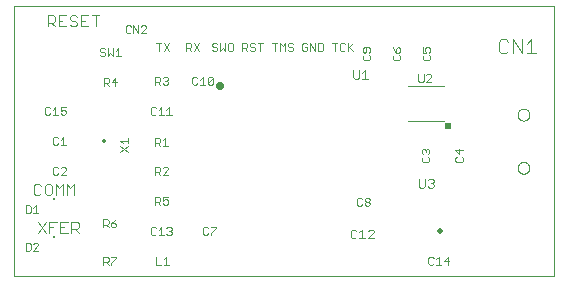
<source format=gto>
G75*
%MOIN*%
%OFA0B0*%
%FSLAX25Y25*%
%IPPOS*%
%LPD*%
%AMOC8*
5,1,8,0,0,1.08239X$1,22.5*
%
%ADD10C,0.00000*%
%ADD11C,0.00300*%
%ADD12C,0.00200*%
%ADD13C,0.02756*%
%ADD14C,0.00400*%
%ADD15R,0.02362X0.02362*%
%ADD16C,0.01378*%
%ADD17C,0.02000*%
%ADD18R,0.00984X0.00984*%
D10*
X0024428Y0011800D02*
X0024428Y0101800D01*
X0204428Y0101800D01*
X0204428Y0011800D01*
X0024428Y0011800D01*
X0192459Y0047942D02*
X0192461Y0048030D01*
X0192467Y0048118D01*
X0192477Y0048206D01*
X0192491Y0048294D01*
X0192508Y0048380D01*
X0192530Y0048466D01*
X0192555Y0048550D01*
X0192585Y0048634D01*
X0192617Y0048716D01*
X0192654Y0048796D01*
X0192694Y0048875D01*
X0192738Y0048952D01*
X0192785Y0049027D01*
X0192835Y0049099D01*
X0192889Y0049170D01*
X0192945Y0049237D01*
X0193005Y0049303D01*
X0193067Y0049365D01*
X0193133Y0049425D01*
X0193200Y0049481D01*
X0193271Y0049535D01*
X0193343Y0049585D01*
X0193418Y0049632D01*
X0193495Y0049676D01*
X0193574Y0049716D01*
X0193654Y0049753D01*
X0193736Y0049785D01*
X0193820Y0049815D01*
X0193904Y0049840D01*
X0193990Y0049862D01*
X0194076Y0049879D01*
X0194164Y0049893D01*
X0194252Y0049903D01*
X0194340Y0049909D01*
X0194428Y0049911D01*
X0194516Y0049909D01*
X0194604Y0049903D01*
X0194692Y0049893D01*
X0194780Y0049879D01*
X0194866Y0049862D01*
X0194952Y0049840D01*
X0195036Y0049815D01*
X0195120Y0049785D01*
X0195202Y0049753D01*
X0195282Y0049716D01*
X0195361Y0049676D01*
X0195438Y0049632D01*
X0195513Y0049585D01*
X0195585Y0049535D01*
X0195656Y0049481D01*
X0195723Y0049425D01*
X0195789Y0049365D01*
X0195851Y0049303D01*
X0195911Y0049237D01*
X0195967Y0049170D01*
X0196021Y0049099D01*
X0196071Y0049027D01*
X0196118Y0048952D01*
X0196162Y0048875D01*
X0196202Y0048796D01*
X0196239Y0048716D01*
X0196271Y0048634D01*
X0196301Y0048550D01*
X0196326Y0048466D01*
X0196348Y0048380D01*
X0196365Y0048294D01*
X0196379Y0048206D01*
X0196389Y0048118D01*
X0196395Y0048030D01*
X0196397Y0047942D01*
X0196395Y0047854D01*
X0196389Y0047766D01*
X0196379Y0047678D01*
X0196365Y0047590D01*
X0196348Y0047504D01*
X0196326Y0047418D01*
X0196301Y0047334D01*
X0196271Y0047250D01*
X0196239Y0047168D01*
X0196202Y0047088D01*
X0196162Y0047009D01*
X0196118Y0046932D01*
X0196071Y0046857D01*
X0196021Y0046785D01*
X0195967Y0046714D01*
X0195911Y0046647D01*
X0195851Y0046581D01*
X0195789Y0046519D01*
X0195723Y0046459D01*
X0195656Y0046403D01*
X0195585Y0046349D01*
X0195513Y0046299D01*
X0195438Y0046252D01*
X0195361Y0046208D01*
X0195282Y0046168D01*
X0195202Y0046131D01*
X0195120Y0046099D01*
X0195036Y0046069D01*
X0194952Y0046044D01*
X0194866Y0046022D01*
X0194780Y0046005D01*
X0194692Y0045991D01*
X0194604Y0045981D01*
X0194516Y0045975D01*
X0194428Y0045973D01*
X0194340Y0045975D01*
X0194252Y0045981D01*
X0194164Y0045991D01*
X0194076Y0046005D01*
X0193990Y0046022D01*
X0193904Y0046044D01*
X0193820Y0046069D01*
X0193736Y0046099D01*
X0193654Y0046131D01*
X0193574Y0046168D01*
X0193495Y0046208D01*
X0193418Y0046252D01*
X0193343Y0046299D01*
X0193271Y0046349D01*
X0193200Y0046403D01*
X0193133Y0046459D01*
X0193067Y0046519D01*
X0193005Y0046581D01*
X0192945Y0046647D01*
X0192889Y0046714D01*
X0192835Y0046785D01*
X0192785Y0046857D01*
X0192738Y0046932D01*
X0192694Y0047009D01*
X0192654Y0047088D01*
X0192617Y0047168D01*
X0192585Y0047250D01*
X0192555Y0047334D01*
X0192530Y0047418D01*
X0192508Y0047504D01*
X0192491Y0047590D01*
X0192477Y0047678D01*
X0192467Y0047766D01*
X0192461Y0047854D01*
X0192459Y0047942D01*
X0192459Y0065658D02*
X0192461Y0065746D01*
X0192467Y0065834D01*
X0192477Y0065922D01*
X0192491Y0066010D01*
X0192508Y0066096D01*
X0192530Y0066182D01*
X0192555Y0066266D01*
X0192585Y0066350D01*
X0192617Y0066432D01*
X0192654Y0066512D01*
X0192694Y0066591D01*
X0192738Y0066668D01*
X0192785Y0066743D01*
X0192835Y0066815D01*
X0192889Y0066886D01*
X0192945Y0066953D01*
X0193005Y0067019D01*
X0193067Y0067081D01*
X0193133Y0067141D01*
X0193200Y0067197D01*
X0193271Y0067251D01*
X0193343Y0067301D01*
X0193418Y0067348D01*
X0193495Y0067392D01*
X0193574Y0067432D01*
X0193654Y0067469D01*
X0193736Y0067501D01*
X0193820Y0067531D01*
X0193904Y0067556D01*
X0193990Y0067578D01*
X0194076Y0067595D01*
X0194164Y0067609D01*
X0194252Y0067619D01*
X0194340Y0067625D01*
X0194428Y0067627D01*
X0194516Y0067625D01*
X0194604Y0067619D01*
X0194692Y0067609D01*
X0194780Y0067595D01*
X0194866Y0067578D01*
X0194952Y0067556D01*
X0195036Y0067531D01*
X0195120Y0067501D01*
X0195202Y0067469D01*
X0195282Y0067432D01*
X0195361Y0067392D01*
X0195438Y0067348D01*
X0195513Y0067301D01*
X0195585Y0067251D01*
X0195656Y0067197D01*
X0195723Y0067141D01*
X0195789Y0067081D01*
X0195851Y0067019D01*
X0195911Y0066953D01*
X0195967Y0066886D01*
X0196021Y0066815D01*
X0196071Y0066743D01*
X0196118Y0066668D01*
X0196162Y0066591D01*
X0196202Y0066512D01*
X0196239Y0066432D01*
X0196271Y0066350D01*
X0196301Y0066266D01*
X0196326Y0066182D01*
X0196348Y0066096D01*
X0196365Y0066010D01*
X0196379Y0065922D01*
X0196389Y0065834D01*
X0196395Y0065746D01*
X0196397Y0065658D01*
X0196395Y0065570D01*
X0196389Y0065482D01*
X0196379Y0065394D01*
X0196365Y0065306D01*
X0196348Y0065220D01*
X0196326Y0065134D01*
X0196301Y0065050D01*
X0196271Y0064966D01*
X0196239Y0064884D01*
X0196202Y0064804D01*
X0196162Y0064725D01*
X0196118Y0064648D01*
X0196071Y0064573D01*
X0196021Y0064501D01*
X0195967Y0064430D01*
X0195911Y0064363D01*
X0195851Y0064297D01*
X0195789Y0064235D01*
X0195723Y0064175D01*
X0195656Y0064119D01*
X0195585Y0064065D01*
X0195513Y0064015D01*
X0195438Y0063968D01*
X0195361Y0063924D01*
X0195282Y0063884D01*
X0195202Y0063847D01*
X0195120Y0063815D01*
X0195036Y0063785D01*
X0194952Y0063760D01*
X0194866Y0063738D01*
X0194780Y0063721D01*
X0194692Y0063707D01*
X0194604Y0063697D01*
X0194516Y0063691D01*
X0194428Y0063689D01*
X0194340Y0063691D01*
X0194252Y0063697D01*
X0194164Y0063707D01*
X0194076Y0063721D01*
X0193990Y0063738D01*
X0193904Y0063760D01*
X0193820Y0063785D01*
X0193736Y0063815D01*
X0193654Y0063847D01*
X0193574Y0063884D01*
X0193495Y0063924D01*
X0193418Y0063968D01*
X0193343Y0064015D01*
X0193271Y0064065D01*
X0193200Y0064119D01*
X0193133Y0064175D01*
X0193067Y0064235D01*
X0193005Y0064297D01*
X0192945Y0064363D01*
X0192889Y0064430D01*
X0192835Y0064501D01*
X0192785Y0064573D01*
X0192738Y0064648D01*
X0192694Y0064725D01*
X0192654Y0064804D01*
X0192617Y0064884D01*
X0192585Y0064966D01*
X0192555Y0065050D01*
X0192530Y0065134D01*
X0192508Y0065220D01*
X0192491Y0065306D01*
X0192477Y0065394D01*
X0192467Y0065482D01*
X0192461Y0065570D01*
X0192459Y0065658D01*
D11*
X0164460Y0043744D02*
X0163976Y0044227D01*
X0163009Y0044227D01*
X0162525Y0043744D01*
X0161513Y0044227D02*
X0161513Y0041809D01*
X0161030Y0041325D01*
X0160062Y0041325D01*
X0159578Y0041809D01*
X0159578Y0044227D01*
X0162525Y0041809D02*
X0163009Y0041325D01*
X0163976Y0041325D01*
X0164460Y0041809D01*
X0164460Y0042292D01*
X0163976Y0042776D01*
X0163492Y0042776D01*
X0163976Y0042776D02*
X0164460Y0043260D01*
X0164460Y0043744D01*
X0144594Y0026869D02*
X0144110Y0027352D01*
X0143143Y0027352D01*
X0142659Y0026869D01*
X0144594Y0026869D02*
X0144594Y0026385D01*
X0142659Y0024450D01*
X0144594Y0024450D01*
X0141647Y0024450D02*
X0139712Y0024450D01*
X0140680Y0024450D02*
X0140680Y0027352D01*
X0139712Y0026385D01*
X0138701Y0026869D02*
X0138217Y0027352D01*
X0137250Y0027352D01*
X0136766Y0026869D01*
X0136766Y0024934D01*
X0137250Y0024450D01*
X0138217Y0024450D01*
X0138701Y0024934D01*
X0062695Y0053124D02*
X0059793Y0055059D01*
X0060760Y0056070D02*
X0059793Y0057038D01*
X0062695Y0057038D01*
X0062695Y0058005D02*
X0062695Y0056070D01*
X0062695Y0055059D02*
X0059793Y0053124D01*
X0044659Y0042528D02*
X0044659Y0038825D01*
X0042190Y0038825D02*
X0042190Y0042528D01*
X0043425Y0041294D01*
X0044659Y0042528D01*
X0040976Y0042528D02*
X0040976Y0038825D01*
X0038507Y0038825D02*
X0038507Y0042528D01*
X0039742Y0041294D01*
X0040976Y0042528D01*
X0037293Y0041911D02*
X0036676Y0042528D01*
X0035441Y0042528D01*
X0034824Y0041911D01*
X0034824Y0039442D01*
X0035441Y0038825D01*
X0036676Y0038825D01*
X0037293Y0039442D01*
X0037293Y0041911D01*
X0033610Y0041911D02*
X0032993Y0042528D01*
X0031758Y0042528D01*
X0031141Y0041911D01*
X0031141Y0039442D01*
X0031758Y0038825D01*
X0032993Y0038825D01*
X0033610Y0039442D01*
X0032703Y0030028D02*
X0035172Y0026325D01*
X0036387Y0026325D02*
X0036387Y0030028D01*
X0038855Y0030028D01*
X0040070Y0030028D02*
X0040070Y0026325D01*
X0042539Y0026325D01*
X0043753Y0026325D02*
X0043753Y0030028D01*
X0045604Y0030028D01*
X0046222Y0029411D01*
X0046222Y0028177D01*
X0045604Y0027559D01*
X0043753Y0027559D01*
X0044987Y0027559D02*
X0046222Y0026325D01*
X0041304Y0028177D02*
X0040070Y0028177D01*
X0040070Y0030028D02*
X0042539Y0030028D01*
X0037621Y0028177D02*
X0036387Y0028177D01*
X0035172Y0030028D02*
X0032703Y0026325D01*
X0137693Y0078135D02*
X0138176Y0077651D01*
X0139144Y0077651D01*
X0139628Y0078135D01*
X0139628Y0080553D01*
X0140639Y0079586D02*
X0141607Y0080553D01*
X0141607Y0077651D01*
X0142574Y0077651D02*
X0140639Y0077651D01*
X0137693Y0078135D02*
X0137693Y0080553D01*
X0068668Y0092900D02*
X0067000Y0092900D01*
X0068668Y0094568D01*
X0068668Y0094985D01*
X0068251Y0095402D01*
X0067417Y0095402D01*
X0067000Y0094985D01*
X0066090Y0095402D02*
X0066090Y0092900D01*
X0064422Y0095402D01*
X0064422Y0092900D01*
X0063512Y0093317D02*
X0063095Y0092900D01*
X0062261Y0092900D01*
X0061844Y0093317D01*
X0061844Y0094985D01*
X0062261Y0095402D01*
X0063095Y0095402D01*
X0063512Y0094985D01*
X0053030Y0098778D02*
X0050561Y0098778D01*
X0049347Y0098778D02*
X0046878Y0098778D01*
X0046878Y0095075D01*
X0049347Y0095075D01*
X0048112Y0096927D02*
X0046878Y0096927D01*
X0045664Y0096309D02*
X0045664Y0095692D01*
X0045046Y0095075D01*
X0043812Y0095075D01*
X0043195Y0095692D01*
X0041980Y0095075D02*
X0039512Y0095075D01*
X0039512Y0098778D01*
X0041980Y0098778D01*
X0043195Y0098161D02*
X0043195Y0097544D01*
X0043812Y0096927D01*
X0045046Y0096927D01*
X0045664Y0096309D01*
X0045664Y0098161D02*
X0045046Y0098778D01*
X0043812Y0098778D01*
X0043195Y0098161D01*
X0040746Y0096927D02*
X0039512Y0096927D01*
X0038297Y0096927D02*
X0037680Y0096309D01*
X0035828Y0096309D01*
X0035828Y0095075D02*
X0035828Y0098778D01*
X0037680Y0098778D01*
X0038297Y0098161D01*
X0038297Y0096927D01*
X0037063Y0096309D02*
X0038297Y0095075D01*
X0051795Y0095075D02*
X0051795Y0098778D01*
D12*
X0071950Y0089515D02*
X0073685Y0089515D01*
X0074528Y0089515D02*
X0076263Y0086912D01*
X0074528Y0086912D02*
X0076263Y0089515D01*
X0072818Y0089515D02*
X0072818Y0086912D01*
X0081950Y0086912D02*
X0081950Y0089515D01*
X0083251Y0089515D01*
X0083685Y0089081D01*
X0083685Y0088214D01*
X0083251Y0087780D01*
X0081950Y0087780D01*
X0082818Y0087780D02*
X0083685Y0086912D01*
X0084528Y0086912D02*
X0086263Y0089515D01*
X0084528Y0089515D02*
X0086263Y0086912D01*
X0090661Y0087346D02*
X0091095Y0086912D01*
X0091962Y0086912D01*
X0092396Y0087346D01*
X0092396Y0087780D01*
X0091962Y0088214D01*
X0091095Y0088214D01*
X0090661Y0088647D01*
X0090661Y0089081D01*
X0091095Y0089515D01*
X0091962Y0089515D01*
X0092396Y0089081D01*
X0093239Y0089515D02*
X0093239Y0086912D01*
X0094107Y0087780D01*
X0094974Y0086912D01*
X0094974Y0089515D01*
X0095818Y0089081D02*
X0095818Y0087346D01*
X0096251Y0086912D01*
X0097119Y0086912D01*
X0097552Y0087346D01*
X0097552Y0089081D01*
X0097119Y0089515D01*
X0096251Y0089515D01*
X0095818Y0089081D01*
X0100661Y0089515D02*
X0101962Y0089515D01*
X0102396Y0089081D01*
X0102396Y0088214D01*
X0101962Y0087780D01*
X0100661Y0087780D01*
X0100661Y0086912D02*
X0100661Y0089515D01*
X0101529Y0087780D02*
X0102396Y0086912D01*
X0103239Y0087346D02*
X0103673Y0086912D01*
X0104540Y0086912D01*
X0104974Y0087346D01*
X0104974Y0087780D01*
X0104540Y0088214D01*
X0103673Y0088214D01*
X0103239Y0088647D01*
X0103239Y0089081D01*
X0103673Y0089515D01*
X0104540Y0089515D01*
X0104974Y0089081D01*
X0105818Y0089515D02*
X0107552Y0089515D01*
X0106685Y0089515D02*
X0106685Y0086912D01*
X0110661Y0089515D02*
X0112396Y0089515D01*
X0113239Y0089515D02*
X0114107Y0088647D01*
X0114974Y0089515D01*
X0114974Y0086912D01*
X0115818Y0087346D02*
X0116251Y0086912D01*
X0117119Y0086912D01*
X0117552Y0087346D01*
X0117552Y0087780D01*
X0117119Y0088214D01*
X0116251Y0088214D01*
X0115818Y0088647D01*
X0115818Y0089081D01*
X0116251Y0089515D01*
X0117119Y0089515D01*
X0117552Y0089081D01*
X0120661Y0089081D02*
X0120661Y0087346D01*
X0121095Y0086912D01*
X0121962Y0086912D01*
X0122396Y0087346D01*
X0122396Y0088214D01*
X0121529Y0088214D01*
X0122396Y0089081D02*
X0121962Y0089515D01*
X0121095Y0089515D01*
X0120661Y0089081D01*
X0123239Y0089515D02*
X0124974Y0086912D01*
X0124974Y0089515D01*
X0125818Y0089515D02*
X0127119Y0089515D01*
X0127552Y0089081D01*
X0127552Y0087346D01*
X0127119Y0086912D01*
X0125818Y0086912D01*
X0125818Y0089515D01*
X0123239Y0089515D02*
X0123239Y0086912D01*
X0130661Y0089515D02*
X0132396Y0089515D01*
X0131529Y0089515D02*
X0131529Y0086912D01*
X0133239Y0087346D02*
X0133673Y0086912D01*
X0134540Y0086912D01*
X0134974Y0087346D01*
X0135818Y0086912D02*
X0135818Y0089515D01*
X0134974Y0089081D02*
X0134540Y0089515D01*
X0133673Y0089515D01*
X0133239Y0089081D01*
X0133239Y0087346D01*
X0135818Y0087780D02*
X0137552Y0089515D01*
X0136251Y0088214D02*
X0137552Y0086912D01*
X0140764Y0086762D02*
X0141197Y0086328D01*
X0141631Y0086328D01*
X0142065Y0086762D01*
X0142065Y0088063D01*
X0142932Y0088063D02*
X0141197Y0088063D01*
X0140764Y0087629D01*
X0140764Y0086762D01*
X0141197Y0085485D02*
X0140764Y0085051D01*
X0140764Y0084184D01*
X0141197Y0083750D01*
X0142932Y0083750D01*
X0143366Y0084184D01*
X0143366Y0085051D01*
X0142932Y0085485D01*
X0142932Y0086328D02*
X0143366Y0086762D01*
X0143366Y0087629D01*
X0142932Y0088063D01*
X0150764Y0088063D02*
X0151197Y0087196D01*
X0152065Y0086328D01*
X0152065Y0087629D01*
X0152499Y0088063D01*
X0152932Y0088063D01*
X0153366Y0087629D01*
X0153366Y0086762D01*
X0152932Y0086328D01*
X0152065Y0086328D01*
X0152932Y0085485D02*
X0153366Y0085051D01*
X0153366Y0084184D01*
X0152932Y0083750D01*
X0151197Y0083750D01*
X0150764Y0084184D01*
X0150764Y0085051D01*
X0151197Y0085485D01*
X0160764Y0085051D02*
X0160764Y0084184D01*
X0161197Y0083750D01*
X0162932Y0083750D01*
X0163366Y0084184D01*
X0163366Y0085051D01*
X0162932Y0085485D01*
X0162932Y0086328D02*
X0163366Y0086762D01*
X0163366Y0087629D01*
X0162932Y0088063D01*
X0162065Y0088063D01*
X0161631Y0087629D01*
X0161631Y0087196D01*
X0162065Y0086328D01*
X0160764Y0086328D01*
X0160764Y0088063D01*
X0161197Y0085485D02*
X0160764Y0085051D01*
X0161116Y0079192D02*
X0161116Y0077024D01*
X0160682Y0076590D01*
X0159815Y0076590D01*
X0159381Y0077024D01*
X0159381Y0079192D01*
X0161959Y0078758D02*
X0162393Y0079192D01*
X0163260Y0079192D01*
X0163694Y0078758D01*
X0163694Y0078325D01*
X0161959Y0076590D01*
X0163694Y0076590D01*
X0162657Y0054207D02*
X0163091Y0053773D01*
X0163091Y0052905D01*
X0162657Y0052472D01*
X0162657Y0051628D02*
X0163091Y0051195D01*
X0163091Y0050327D01*
X0162657Y0049894D01*
X0160922Y0049894D01*
X0160489Y0050327D01*
X0160489Y0051195D01*
X0160922Y0051628D01*
X0160922Y0052472D02*
X0160489Y0052905D01*
X0160489Y0053773D01*
X0160922Y0054207D01*
X0161356Y0054207D01*
X0161790Y0053773D01*
X0162224Y0054207D01*
X0162657Y0054207D01*
X0161790Y0053773D02*
X0161790Y0053339D01*
X0171739Y0053773D02*
X0173040Y0052472D01*
X0173040Y0054207D01*
X0174341Y0053773D02*
X0171739Y0053773D01*
X0172172Y0051628D02*
X0171739Y0051195D01*
X0171739Y0050327D01*
X0172172Y0049894D01*
X0173907Y0049894D01*
X0174341Y0050327D01*
X0174341Y0051195D01*
X0173907Y0051628D01*
X0143191Y0037531D02*
X0143191Y0037097D01*
X0142758Y0036664D01*
X0141890Y0036664D01*
X0141457Y0037097D01*
X0141457Y0037531D01*
X0141890Y0037965D01*
X0142758Y0037965D01*
X0143191Y0037531D01*
X0142758Y0036664D02*
X0143191Y0036230D01*
X0143191Y0035796D01*
X0142758Y0035363D01*
X0141890Y0035363D01*
X0141457Y0035796D01*
X0141457Y0036230D01*
X0141890Y0036664D01*
X0140613Y0037531D02*
X0140180Y0037965D01*
X0139312Y0037965D01*
X0138878Y0037531D01*
X0138878Y0035796D01*
X0139312Y0035363D01*
X0140180Y0035363D01*
X0140613Y0035796D01*
X0162706Y0017856D02*
X0162706Y0016121D01*
X0163140Y0015687D01*
X0164007Y0015687D01*
X0164441Y0016121D01*
X0165285Y0015687D02*
X0167019Y0015687D01*
X0166152Y0015687D02*
X0166152Y0018290D01*
X0165285Y0017422D01*
X0164441Y0017856D02*
X0164007Y0018290D01*
X0163140Y0018290D01*
X0162706Y0017856D01*
X0167863Y0016989D02*
X0169598Y0016989D01*
X0169164Y0018290D02*
X0169164Y0015687D01*
X0167863Y0016989D02*
X0169164Y0018290D01*
X0091835Y0027806D02*
X0090100Y0026071D01*
X0090100Y0025637D01*
X0089257Y0026071D02*
X0088823Y0025637D01*
X0087956Y0025637D01*
X0087522Y0026071D01*
X0087522Y0027806D01*
X0087956Y0028240D01*
X0088823Y0028240D01*
X0089257Y0027806D01*
X0090100Y0028240D02*
X0091835Y0028240D01*
X0091835Y0027806D01*
X0077147Y0027772D02*
X0077147Y0027338D01*
X0076713Y0026905D01*
X0077147Y0026471D01*
X0077147Y0026037D01*
X0076713Y0025603D01*
X0075846Y0025603D01*
X0075412Y0026037D01*
X0074569Y0025603D02*
X0072834Y0025603D01*
X0073702Y0025603D02*
X0073702Y0028206D01*
X0072834Y0027338D01*
X0071991Y0027772D02*
X0071557Y0028206D01*
X0070690Y0028206D01*
X0070256Y0027772D01*
X0070256Y0026037D01*
X0070690Y0025603D01*
X0071557Y0025603D01*
X0071991Y0026037D01*
X0076280Y0026905D02*
X0076713Y0026905D01*
X0077147Y0027772D02*
X0076713Y0028206D01*
X0075846Y0028206D01*
X0075412Y0027772D01*
X0075439Y0035663D02*
X0074571Y0035663D01*
X0074138Y0036096D01*
X0074138Y0036964D02*
X0075005Y0037397D01*
X0075439Y0037397D01*
X0075873Y0036964D01*
X0075873Y0036096D01*
X0075439Y0035663D01*
X0074138Y0036964D02*
X0074138Y0038265D01*
X0075873Y0038265D01*
X0073294Y0037831D02*
X0073294Y0036964D01*
X0072861Y0036530D01*
X0071560Y0036530D01*
X0072427Y0036530D02*
X0073294Y0035663D01*
X0071560Y0035663D02*
X0071560Y0038265D01*
X0072861Y0038265D01*
X0073294Y0037831D01*
X0058685Y0030765D02*
X0057818Y0030331D01*
X0056950Y0029464D01*
X0058251Y0029464D01*
X0058685Y0029030D01*
X0058685Y0028596D01*
X0058251Y0028162D01*
X0057384Y0028162D01*
X0056950Y0028596D01*
X0056950Y0029464D01*
X0056107Y0029464D02*
X0055673Y0029030D01*
X0054372Y0029030D01*
X0055239Y0029030D02*
X0056107Y0028162D01*
X0056107Y0029464D02*
X0056107Y0030331D01*
X0055673Y0030765D01*
X0054372Y0030765D01*
X0054372Y0028162D01*
X0054372Y0018265D02*
X0055673Y0018265D01*
X0056107Y0017831D01*
X0056107Y0016964D01*
X0055673Y0016530D01*
X0054372Y0016530D01*
X0055239Y0016530D02*
X0056107Y0015662D01*
X0056950Y0015662D02*
X0056950Y0016096D01*
X0058685Y0017831D01*
X0058685Y0018265D01*
X0056950Y0018265D01*
X0054372Y0018265D02*
X0054372Y0015662D01*
X0071872Y0015662D02*
X0073607Y0015662D01*
X0074450Y0015662D02*
X0076185Y0015662D01*
X0075318Y0015662D02*
X0075318Y0018265D01*
X0074450Y0017397D01*
X0071872Y0018265D02*
X0071872Y0015662D01*
X0032748Y0020350D02*
X0031013Y0020350D01*
X0032748Y0022085D01*
X0032748Y0022519D01*
X0032314Y0022952D01*
X0031446Y0022952D01*
X0031013Y0022519D01*
X0030169Y0022519D02*
X0029736Y0022952D01*
X0028435Y0022952D01*
X0028435Y0020350D01*
X0029736Y0020350D01*
X0030169Y0020784D01*
X0030169Y0022519D01*
X0029736Y0032850D02*
X0028435Y0032850D01*
X0028435Y0035452D01*
X0029736Y0035452D01*
X0030169Y0035019D01*
X0030169Y0033284D01*
X0029736Y0032850D01*
X0031013Y0032850D02*
X0032748Y0032850D01*
X0031880Y0032850D02*
X0031880Y0035452D01*
X0031013Y0034585D01*
X0037956Y0045637D02*
X0038823Y0045637D01*
X0039257Y0046071D01*
X0040100Y0045637D02*
X0041835Y0047372D01*
X0041835Y0047806D01*
X0041401Y0048240D01*
X0040534Y0048240D01*
X0040100Y0047806D01*
X0039257Y0047806D02*
X0038823Y0048240D01*
X0037956Y0048240D01*
X0037522Y0047806D01*
X0037522Y0046071D01*
X0037956Y0045637D01*
X0040100Y0045637D02*
X0041835Y0045637D01*
X0041835Y0055637D02*
X0040100Y0055637D01*
X0040968Y0055637D02*
X0040968Y0058240D01*
X0040100Y0057372D01*
X0039257Y0057806D02*
X0038823Y0058240D01*
X0037956Y0058240D01*
X0037522Y0057806D01*
X0037522Y0056071D01*
X0037956Y0055637D01*
X0038823Y0055637D01*
X0039257Y0056071D01*
X0039257Y0065638D02*
X0037522Y0065638D01*
X0038389Y0065638D02*
X0038389Y0068240D01*
X0037522Y0067372D01*
X0036679Y0067806D02*
X0036245Y0068240D01*
X0035378Y0068240D01*
X0034944Y0067806D01*
X0034944Y0066071D01*
X0035378Y0065638D01*
X0036245Y0065638D01*
X0036679Y0066071D01*
X0040100Y0066071D02*
X0040534Y0065638D01*
X0041401Y0065638D01*
X0041835Y0066071D01*
X0041835Y0066939D01*
X0041401Y0067372D01*
X0040968Y0067372D01*
X0040100Y0066939D01*
X0040100Y0068240D01*
X0041835Y0068240D01*
X0054528Y0075338D02*
X0054528Y0077940D01*
X0055830Y0077940D01*
X0056263Y0077506D01*
X0056263Y0076639D01*
X0055830Y0076205D01*
X0054528Y0076205D01*
X0055396Y0076205D02*
X0056263Y0075338D01*
X0057107Y0076639D02*
X0058841Y0076639D01*
X0058408Y0075338D02*
X0058408Y0077940D01*
X0057107Y0076639D01*
X0071560Y0076530D02*
X0072861Y0076530D01*
X0073294Y0076964D01*
X0073294Y0077831D01*
X0072861Y0078265D01*
X0071560Y0078265D01*
X0071560Y0075663D01*
X0072427Y0076530D02*
X0073294Y0075663D01*
X0074138Y0076096D02*
X0074571Y0075663D01*
X0075439Y0075663D01*
X0075873Y0076096D01*
X0075873Y0076530D01*
X0075439Y0076964D01*
X0075005Y0076964D01*
X0075439Y0076964D02*
X0075873Y0077397D01*
X0075873Y0077831D01*
X0075439Y0078265D01*
X0074571Y0078265D01*
X0074138Y0077831D01*
X0083994Y0077806D02*
X0083994Y0076071D01*
X0084428Y0075638D01*
X0085295Y0075638D01*
X0085729Y0076071D01*
X0086572Y0075638D02*
X0088307Y0075638D01*
X0087440Y0075638D02*
X0087440Y0078240D01*
X0086572Y0077372D01*
X0085729Y0077806D02*
X0085295Y0078240D01*
X0084428Y0078240D01*
X0083994Y0077806D01*
X0089150Y0077806D02*
X0089150Y0076071D01*
X0090885Y0077806D01*
X0090885Y0076071D01*
X0090452Y0075638D01*
X0089584Y0075638D01*
X0089150Y0076071D01*
X0089150Y0077806D02*
X0089584Y0078240D01*
X0090452Y0078240D01*
X0090885Y0077806D01*
X0076280Y0068206D02*
X0076280Y0065603D01*
X0077147Y0065603D02*
X0075412Y0065603D01*
X0074569Y0065603D02*
X0072834Y0065603D01*
X0073702Y0065603D02*
X0073702Y0068206D01*
X0072834Y0067338D01*
X0071991Y0067772D02*
X0071557Y0068206D01*
X0070690Y0068206D01*
X0070256Y0067772D01*
X0070256Y0066037D01*
X0070690Y0065603D01*
X0071557Y0065603D01*
X0071991Y0066037D01*
X0075412Y0067338D02*
X0076280Y0068206D01*
X0075005Y0057952D02*
X0074138Y0057085D01*
X0073294Y0057519D02*
X0073294Y0056651D01*
X0072861Y0056217D01*
X0071560Y0056217D01*
X0072427Y0056217D02*
X0073294Y0055350D01*
X0074138Y0055350D02*
X0075873Y0055350D01*
X0075005Y0055350D02*
X0075005Y0057952D01*
X0073294Y0057519D02*
X0072861Y0057952D01*
X0071560Y0057952D01*
X0071560Y0055350D01*
X0071560Y0048265D02*
X0072861Y0048265D01*
X0073294Y0047831D01*
X0073294Y0046964D01*
X0072861Y0046530D01*
X0071560Y0046530D01*
X0072427Y0046530D02*
X0073294Y0045662D01*
X0074138Y0045662D02*
X0075873Y0047397D01*
X0075873Y0047831D01*
X0075439Y0048265D01*
X0074571Y0048265D01*
X0074138Y0047831D01*
X0074138Y0045662D02*
X0075873Y0045662D01*
X0071560Y0045662D02*
X0071560Y0048265D01*
X0060170Y0085212D02*
X0058435Y0085212D01*
X0057591Y0085212D02*
X0056724Y0086079D01*
X0055857Y0085212D01*
X0055857Y0087814D01*
X0055013Y0087381D02*
X0054580Y0087814D01*
X0053712Y0087814D01*
X0053278Y0087381D01*
X0053278Y0086947D01*
X0053712Y0086513D01*
X0054580Y0086513D01*
X0055013Y0086079D01*
X0055013Y0085646D01*
X0054580Y0085212D01*
X0053712Y0085212D01*
X0053278Y0085646D01*
X0057591Y0085212D02*
X0057591Y0087814D01*
X0058435Y0086947D02*
X0059302Y0087814D01*
X0059302Y0085212D01*
X0111529Y0086912D02*
X0111529Y0089515D01*
X0113239Y0089515D02*
X0113239Y0086912D01*
D13*
X0093306Y0075304D03*
D14*
X0156023Y0075206D02*
X0167834Y0075206D01*
X0167834Y0063394D02*
X0156023Y0063394D01*
X0186287Y0086926D02*
X0187054Y0086158D01*
X0188589Y0086158D01*
X0189356Y0086926D01*
X0190891Y0086158D02*
X0190891Y0090762D01*
X0193960Y0086158D01*
X0193960Y0090762D01*
X0195495Y0089228D02*
X0197029Y0090762D01*
X0197029Y0086158D01*
X0195495Y0086158D02*
X0198564Y0086158D01*
X0189356Y0089995D02*
X0188589Y0090762D01*
X0187054Y0090762D01*
X0186287Y0089995D01*
X0186287Y0086926D01*
D15*
X0169409Y0061820D03*
D16*
X0054428Y0056800D03*
D17*
X0166728Y0026943D03*
D18*
X0037999Y0024925D03*
X0037999Y0037425D03*
M02*

</source>
